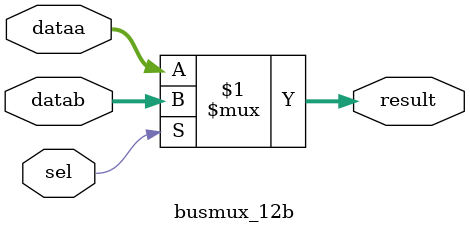
<source format=v>



module busmux_12b(sel,dataa,datab,result);
input sel;
input [11:0] dataa;
input [11:0] datab;
output [11:0] result;

assign result=sel?datab:dataa;

endmodule

</source>
